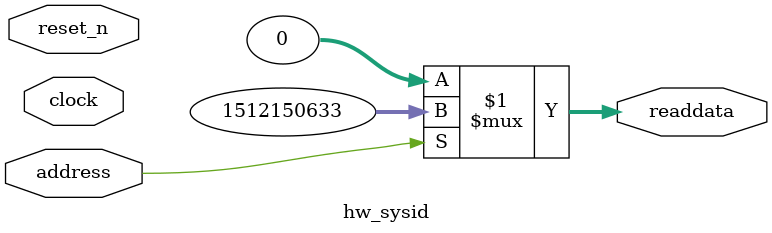
<source format=v>

`timescale 1ns / 1ps
// synthesis translate_on

// turn off superfluous verilog processor warnings 
// altera message_level Level1 
// altera message_off 10034 10035 10036 10037 10230 10240 10030 

module hw_sysid (
               // inputs:
                address,
                clock,
                reset_n,

               // outputs:
                readdata
             )
;

  output  [ 31: 0] readdata;
  input            address;
  input            clock;
  input            reset_n;

  wire    [ 31: 0] readdata;
  //control_slave, which is an e_avalon_slave
  assign readdata = address ? 1512150633 : 0;

endmodule




</source>
